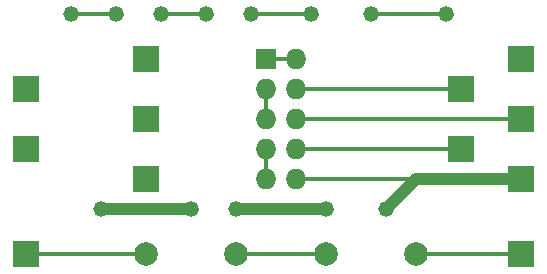
<source format=gbr>
G04 #@! TF.FileFunction,Copper,L1,Top,Signal*
%FSLAX46Y46*%
G04 Gerber Fmt 4.6, Leading zero omitted, Abs format (unit mm)*
G04 Created by KiCad (PCBNEW 4.0.2+e4-6225~38~ubuntu16.04.1-stable) date jue 21 jul 2016 17:27:27 ART*
%MOMM*%
G01*
G04 APERTURE LIST*
%ADD10C,0.100000*%
%ADD11R,2.235200X2.235200*%
%ADD12R,1.727200X1.727200*%
%ADD13O,1.727200X1.727200*%
%ADD14C,1.998980*%
%ADD15C,1.320800*%
%ADD16C,0.304800*%
%ADD17C,1.000000*%
G04 APERTURE END LIST*
D10*
D11*
X96520000Y-97790000D03*
X86360000Y-100330000D03*
X96520000Y-102870000D03*
X86360000Y-105410000D03*
X96520000Y-107950000D03*
X128270000Y-114300000D03*
D12*
X106680000Y-97790000D03*
D13*
X109220000Y-97790000D03*
X106680000Y-100330000D03*
X109220000Y-100330000D03*
X106680000Y-102870000D03*
X109220000Y-102870000D03*
X106680000Y-105410000D03*
X109220000Y-105410000D03*
X106680000Y-107950000D03*
X109220000Y-107950000D03*
D11*
X86360000Y-114300000D03*
X128270000Y-97790000D03*
X123190000Y-100330000D03*
X128270000Y-102870000D03*
X123190000Y-105410000D03*
X128270000Y-107950000D03*
D14*
X119380000Y-114300000D03*
X111760000Y-114300000D03*
X96520000Y-114300000D03*
X104140000Y-114300000D03*
D15*
X121920000Y-93980000D03*
X115570000Y-93980000D03*
X110490000Y-93980000D03*
X105410000Y-93980000D03*
X101600000Y-93980000D03*
X97790000Y-93980000D03*
X93980000Y-93980000D03*
X90170000Y-93980000D03*
X106680000Y-97790000D03*
X109220000Y-97790000D03*
X106680000Y-100330000D03*
X106680000Y-102870000D03*
X106680000Y-105410000D03*
X106680000Y-107950000D03*
X96520000Y-114300000D03*
X104140000Y-114300000D03*
X111760000Y-114300000D03*
X119380000Y-114300000D03*
X109220000Y-100330000D03*
X109220000Y-102870000D03*
X116840000Y-110490000D03*
X111760000Y-110490000D03*
X104140000Y-110490000D03*
X100330000Y-110490000D03*
X92710000Y-110490000D03*
X109220000Y-107950000D03*
X109220000Y-105410000D03*
D16*
X115570000Y-93980000D02*
X121920000Y-93980000D01*
X105410000Y-93980000D02*
X110490000Y-93980000D01*
X97790000Y-93980000D02*
X101600000Y-93980000D01*
X90170000Y-93980000D02*
X93980000Y-93980000D01*
X106680000Y-97790000D02*
X109220000Y-97790000D01*
X106680000Y-100330000D02*
X106680000Y-102870000D01*
X106680000Y-105410000D02*
X106680000Y-107950000D01*
X86360000Y-114300000D02*
X96520000Y-114300000D01*
X104140000Y-114300000D02*
X111760000Y-114300000D01*
X119380000Y-114300000D02*
X128270000Y-114300000D01*
X123190000Y-100330000D02*
X109220000Y-100330000D01*
X109220000Y-102870000D02*
X128270000Y-102870000D01*
D17*
X119380000Y-107950000D02*
X128270000Y-107950000D01*
X116840000Y-110490000D02*
X119380000Y-107950000D01*
X104140000Y-110490000D02*
X111760000Y-110490000D01*
X92710000Y-110490000D02*
X100330000Y-110490000D01*
D16*
X128270000Y-107950000D02*
X109220000Y-107950000D01*
X109220000Y-105410000D02*
X123190000Y-105410000D01*
M02*

</source>
